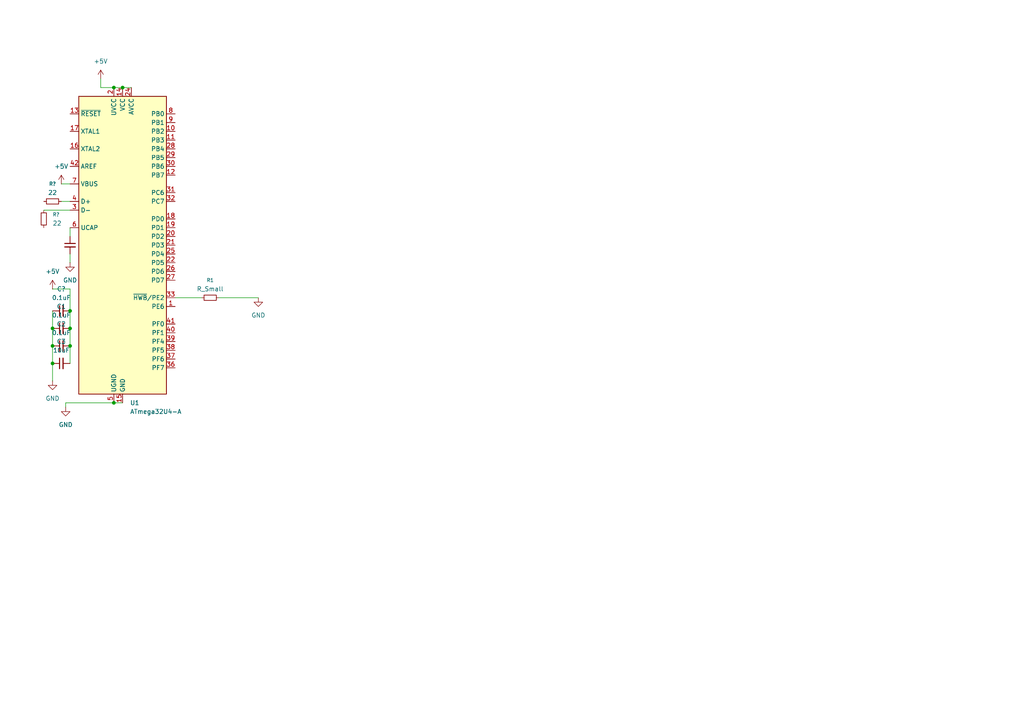
<source format=kicad_sch>
(kicad_sch (version 20250114) (generator "eeschema") (generator_version "9.0")
  (paper "A4")
  (lib_symbols
    (symbol "Device:C_Small" (pin_numbers (hide yes)) (pin_names (offset 0.254) (hide yes))
      (property "Reference" "C" (at 0.254 1.778 0))
      (property "Value" "C_Small" (at 0.254 -2.032 0))
      (symbol "C_Small_0_1"
        (polyline (pts (xy -1.524 0.508) (xy 1.524 0.508)) (stroke (width 0.3048)))
        (polyline (pts (xy -1.524 -0.508) (xy 1.524 -0.508)) (stroke (width 0.3302)))
      )
      (symbol "C_Small_1_1"
        (pin passive line (at 0 2.54 270) (length 2.032) (name "~") (number "1"))
        (pin passive line (at 0 -2.54 90) (length 2.032) (name "~") (number "2"))
      )
    )
    (symbol "Device:R_Small" (pin_numbers (hide yes)) (pin_names (offset 0.254) (hide yes))
      (property "Reference" "R" (at 0 0 90))
      (property "Value" "R_Small" (at 1.778 0 90))
      (symbol "R_Small_0_1"
        (rectangle (start -0.762 1.778) (end 0.762 -1.778) (stroke (width 0.2032)))
      )
      (symbol "R_Small_1_1"
        (pin passive line (at 0 2.54 270) (length 0.762) (name "~") (number "1"))
        (pin passive line (at 0 -2.54 90) (length 0.762) (name "~") (number "2"))
      )
    )
    (symbol "MCU_Microchip_ATmega:ATmega32U4-A"
      (property "Reference" "U" (at -12.7 44.45 0))
      (property "Value" "ATmega32U4-A" (at 2.54 -44.45 0))
      (symbol "ATmega32U4-A_0_1"
        (rectangle (start -12.7 -43.18) (end 12.7 43.18) (stroke (width 0.254)) (fill (type background)))
      )
      (symbol "ATmega32U4-A_1_1"
        (pin input line (at -15.24 38.1 0) (length 2.54) (name "~{RESET}") (number "13"))
        (pin input line (at -15.24 33.02 0) (length 2.54) (name "XTAL1") (number "17"))
        (pin output line (at -15.24 27.94 0) (length 2.54) (name "XTAL2") (number "16"))
        (pin passive line (at -15.24 22.86 0) (length 2.54) (name "AREF") (number "42"))
        (pin input line (at -15.24 17.78 0) (length 2.54) (name "VBUS") (number "7"))
        (pin bidirectional line (at -15.24 12.7 0) (length 2.54) (name "D+") (number "4"))
        (pin bidirectional line (at -15.24 10.16 0) (length 2.54) (name "D-") (number "3"))
        (pin passive line (at -15.24 5.08 0) (length 2.54) (name "UCAP") (number "6"))
        (pin power_in line (at -2.54 45.72 270) (length 2.54) (name "UVCC") (number "2"))
        (pin passive line (at -2.54 -45.72 90) (length 2.54) (name "UGND") (number "5"))
        (pin power_in line (at 0 45.72 270) (length 2.54) (name "VCC") (number "14"))
        (pin passive line (at 0 45.72 270) (length 2.54) (hide yes) (name "VCC") (number "34"))
        (pin power_in line (at 0 -45.72 90) (length 2.54) (name "GND") (number "15"))
        (pin passive line (at 0 -45.72 90) (length 2.54) (hide yes) (name "GND") (number "23"))
        (pin passive line (at 0 -45.72 90) (length 2.54) (hide yes) (name "GND") (number "35"))
        (pin passive line (at 0 -45.72 90) (length 2.54) (hide yes) (name "GND") (number "43"))
        (pin power_in line (at 2.54 45.72 270) (length 2.54) (name "AVCC") (number "24"))
        (pin passive line (at 2.54 45.72 270) (length 2.54) (hide yes) (name "AVCC") (number "44"))
        (pin bidirectional line (at 15.24 38.1 180) (length 2.54) (name "PB0") (number "8"))
        (pin bidirectional line (at 15.24 35.56 180) (length 2.54) (name "PB1") (number "9"))
        (pin bidirectional line (at 15.24 33.02 180) (length 2.54) (name "PB2") (number "10"))
        (pin bidirectional line (at 15.24 30.48 180) (length 2.54) (name "PB3") (number "11"))
        (pin bidirectional line (at 15.24 27.94 180) (length 2.54) (name "PB4") (number "28"))
        (pin bidirectional line (at 15.24 25.4 180) (length 2.54) (name "PB5") (number "29"))
        (pin bidirectional line (at 15.24 22.86 180) (length 2.54) (name "PB6") (number "30"))
        (pin bidirectional line (at 15.24 20.32 180) (length 2.54) (name "PB7") (number "12"))
        (pin bidirectional line (at 15.24 15.24 180) (length 2.54) (name "PC6") (number "31"))
        (pin bidirectional line (at 15.24 12.7 180) (length 2.54) (name "PC7") (number "32"))
        (pin bidirectional line (at 15.24 7.62 180) (length 2.54) (name "PD0") (number "18"))
        (pin bidirectional line (at 15.24 5.08 180) (length 2.54) (name "PD1") (number "19"))
        (pin bidirectional line (at 15.24 2.54 180) (length 2.54) (name "PD2") (number "20"))
        (pin bidirectional line (at 15.24 0 180) (length 2.54) (name "PD3") (number "21"))
        (pin bidirectional line (at 15.24 -2.54 180) (length 2.54) (name "PD4") (number "25"))
        (pin bidirectional line (at 15.24 -5.08 180) (length 2.54) (name "PD5") (number "22"))
        (pin bidirectional line (at 15.24 -7.62 180) (length 2.54) (name "PD6") (number "26"))
        (pin bidirectional line (at 15.24 -10.16 180) (length 2.54) (name "PD7") (number "27"))
        (pin bidirectional line (at 15.24 -15.24 180) (length 2.54) (name "~{HWB}/PE2") (number "33"))
        (pin bidirectional line (at 15.24 -17.78 180) (length 2.54) (name "PE6") (number "1"))
        (pin bidirectional line (at 15.24 -22.86 180) (length 2.54) (name "PF0") (number "41"))
        (pin bidirectional line (at 15.24 -25.4 180) (length 2.54) (name "PF1") (number "40"))
        (pin bidirectional line (at 15.24 -27.94 180) (length 2.54) (name "PF4") (number "39"))
        (pin bidirectional line (at 15.24 -30.48 180) (length 2.54) (name "PF5") (number "38"))
        (pin bidirectional line (at 15.24 -33.02 180) (length 2.54) (name "PF6") (number "37"))
        (pin bidirectional line (at 15.24 -35.56 180) (length 2.54) (name "PF7") (number "36"))
      )
    )
    (symbol "power:+5V" (power) (pin_numbers (hide yes)) (pin_names (offset 0) (hide yes))
      (property "Value" "+5V" (at 0 3.556 0))
      (symbol "+5V_0_1"
        (polyline (pts (xy -0.762 1.27) (xy 0 2.54)))
        (polyline (pts (xy 0 2.54) (xy 0.762 1.27)))
        (polyline (pts (xy 0 0) (xy 0 2.54)))
      )
      (symbol "+5V_1_1"
        (pin power_in line (at 0 0 90) (length 0) (name "~") (number "1"))
      )
    )
    (symbol "power:GND" (power) (pin_numbers (hide yes)) (pin_names (offset 0) (hide yes))
      (property "Value" "GND" (at 0 -3.81 0))
      (symbol "GND_0_1"
        (polyline (pts (xy 0 0) (xy 0 -1.27) (xy 1.27 -1.27) (xy 0 -2.54) (xy -1.27 -1.27) (xy 0 -1.27)))
      )
      (symbol "GND_1_1"
        (pin power_in line (at 0 0 270) (length 0) (name "~") (number "1"))
      )
    )
  )
  (junction (at 33.02 116.84))
  (junction (at 15.24 105.41))
  (junction (at 20.32 100.33))
  (junction (at 33.02 25.4))
  (junction (at 15.24 95.25))
  (junction (at 15.24 100.33))
  (junction (at 20.32 90.17))
  (junction (at 35.56 25.4))
  (junction (at 20.32 95.25))
  (wire (pts (xy 33.02 25.4) (xy 35.56 25.4)))
  (wire (pts (xy 29.21 22.86) (xy 29.21 25.4)))
  (wire (pts (xy 15.24 105.41) (xy 15.24 110.49)))
  (wire (pts (xy 63.5 86.36) (xy 74.93 86.36)))
  (wire (pts (xy 15.24 83.82) (xy 20.32 83.82)))
  (wire (pts (xy 15.24 90.17) (xy 15.24 95.25)))
  (wire (pts (xy 17.78 53.34) (xy 20.32 53.34)))
  (wire (pts (xy 12.7 60.96) (xy 20.32 60.96)))
  (wire (pts (xy 20.32 100.33) (xy 20.32 105.41)))
  (wire (pts (xy 19.05 116.84) (xy 33.02 116.84)))
  (wire (pts (xy 29.21 25.4) (xy 33.02 25.4)))
  (wire (pts (xy 17.78 58.42) (xy 20.32 58.42)))
  (wire (pts (xy 20.32 73.66) (xy 20.32 76.2)))
  (wire (pts (xy 33.02 116.84) (xy 35.56 116.84)))
  (wire (pts (xy 50.8 86.36) (xy 58.42 86.36)))
  (wire (pts (xy 20.32 90.17) (xy 20.32 95.25)))
  (wire (pts (xy 20.32 66.04) (xy 20.32 68.58)))
  (wire (pts (xy 19.05 116.84) (xy 19.05 118.11)))
  (wire (pts (xy 35.56 25.4) (xy 38.1 25.4)))
  (wire (pts (xy 15.24 95.25) (xy 15.24 100.33)))
  (wire (pts (xy 20.32 95.25) (xy 20.32 100.33)))
  (wire (pts (xy 20.32 83.82) (xy 20.32 90.17)))
  (wire (pts (xy 15.24 100.33) (xy 15.24 105.41)))
  (symbol (lib_id "power:GND") (at 19.05 118.11 0) (unit 1)
    (property "Reference" "#PWR02" (effects (hide yes)))
    (property "Value" "GND" (at 19.05 123.19 0))
    (property "Description" "Power symbol creates a global label with name \"GND\" , ground" (effects (hide yes)))
  )
  (symbol (lib_id "Device:R_Small") (at 60.96 86.36 90) (unit 1)
    (property "Reference" "R1" (at 60.96 81.28 90) (effects (font (size 1.016 1.016))))
    (property "Value" "R_Small" (at 60.96 83.82 90))
    (property "Description" "Resistor, small symbol" (effects (hide yes)))
  )
  (symbol (lib_id "power:+5V") (at 29.21 22.86 0) (unit 1)
    (property "Reference" "#PWR01" (effects (hide yes)))
    (property "Value" "+5V" (at 29.21 17.78 0))
    (property "Description" "Power symbol creates a global label with name \"+5V\"" (effects (hide yes)))
  )
  (symbol (lib_id "power:+5V") (at 15.24 83.82 0) (unit 1)
    (property "Reference" "#PWR05" (effects (hide yes)))
    (property "Value" "+5V" (at 15.24 78.74 0))
    (property "Description" "Power symbol creates a global label with name \"+5V\"" (effects (hide yes)))
  )
  (symbol (lib_id "Device:C_Small") (at 17.78 90.17 90) (unit 1)
    (property "Reference" "C?" (at 17.7863 83.82 90))
    (property "Value" "0.1uF" (at 17.7863 86.36 90))
    (property "Description" "Unpolarized capacitor, small symbol" (effects (hide yes)))
  )
  (symbol (lib_id "Device:C_Small") (at 17.78 105.41 90) (unit 1)
    (property "Reference" "C3" (at 17.7863 99.06 90))
    (property "Value" "10uF" (at 17.7863 101.6 90))
    (property "Description" "Unpolarized capacitor, small symbol" (effects (hide yes)))
  )
  (symbol (lib_id "Device:C_Small") (at 17.78 100.33 90) (unit 1)
    (property "Reference" "C2" (at 17.7863 93.98 90))
    (property "Value" "0.1uF" (at 17.7863 96.52 90))
    (property "Description" "Unpolarized capacitor, small symbol" (effects (hide yes)))
  )
  (symbol (lib_id "Device:R_Small") (at 15.24 58.42 90) (unit 1)
    (property "Reference" "R?" (at 15.24 53.34 90) (effects (font (size 1.016 1.016))))
    (property "Value" "22" (at 15.24 55.88 90))
    (property "Description" "Resistor, small symbol" (effects (hide yes)))
  )
  (symbol (lib_id "Device:R_Small") (at 12.7 63.5 180) (unit 1)
    (property "Reference" "R?" (at 15.24 62.2299 0) (effects (font (size 1.016 1.016)) (justify right)))
    (property "Value" "22" (at 15.24 64.7699 0) (effects (justify right)))
    (property "Description" "Resistor, small symbol" (effects (hide yes)))
  )
  (symbol (lib_id "Device:C_Small") (at 20.32 71.12 0) (unit 1)
    (property "Reference" "C?" (effects (hide yes)))
    (property "Value" "1uF" (effects (hide yes)))
    (property "Description" "Unpolarized capacitor, small symbol" (effects (hide yes)))
  )
  (symbol (lib_id "power:GND") (at 20.32 76.2 0) (unit 1)
    (property "Reference" "#PWR04" (effects (hide yes)))
    (property "Value" "GND" (at 20.32 81.28 0))
    (property "Description" "Power symbol creates a global label with name \"GND\" , ground" (effects (hide yes)))
  )
  (symbol (lib_id "Device:C_Small") (at 17.78 95.25 90) (unit 1)
    (property "Reference" "C1" (at 17.7863 88.9 90))
    (property "Value" "0.1uF" (at 17.7863 91.44 90))
    (property "Description" "Unpolarized capacitor, small symbol" (effects (hide yes)))
  )
  (symbol (lib_id "power:GND") (at 15.24 110.49 0) (unit 1)
    (property "Reference" "#PWR06" (effects (hide yes)))
    (property "Value" "GND" (at 15.24 115.57 0))
    (property "Description" "Power symbol creates a global label with name \"GND\" , ground" (effects (hide yes)))
  )
  (symbol (lib_id "power:GND") (at 74.93 86.36 0) (unit 1)
    (property "Reference" "#PWR03" (effects (hide yes)))
    (property "Value" "GND" (at 74.93 91.44 0))
    (property "Description" "Power symbol creates a global label with name \"GND\" , ground" (effects (hide yes)))
  )
  (symbol (lib_id "power:+5V") (at 17.78 53.34 0) (unit 1)
    (property "Reference" "#PWR07" (effects (hide yes)))
    (property "Value" "+5V" (at 17.78 48.26 0))
    (property "Description" "Power symbol creates a global label with name \"+5V\"" (effects (hide yes)))
  )
  (symbol (lib_id "MCU_Microchip_ATmega:ATmega32U4-A") (at 35.56 71.12 0) (unit 1)
    (property "Reference" "U1" (at 37.7033 116.84 0) (effects (justify left)))
    (property "Value" "ATmega32U4-A" (at 37.7033 119.38 0) (effects (justify left)))
    (property "Footprint" "Package_QFP:TQFP-44_10x10mm_P0.8mm" (effects (hide yes)))
    (property "Datasheet" "http://ww1.microchip.com/downloads/en/DeviceDoc/Atmel-7766-8-bit-AVR-ATmega16U4-32U4_Datasheet.pdf" (effects (hide yes)))
    (property "Description" "16MHz, 32kB Flash, 2.5kB SRAM, 1kB EEPROM, USB 2.0, TQFP-44" (effects (hide yes)))
  )
)
</source>
